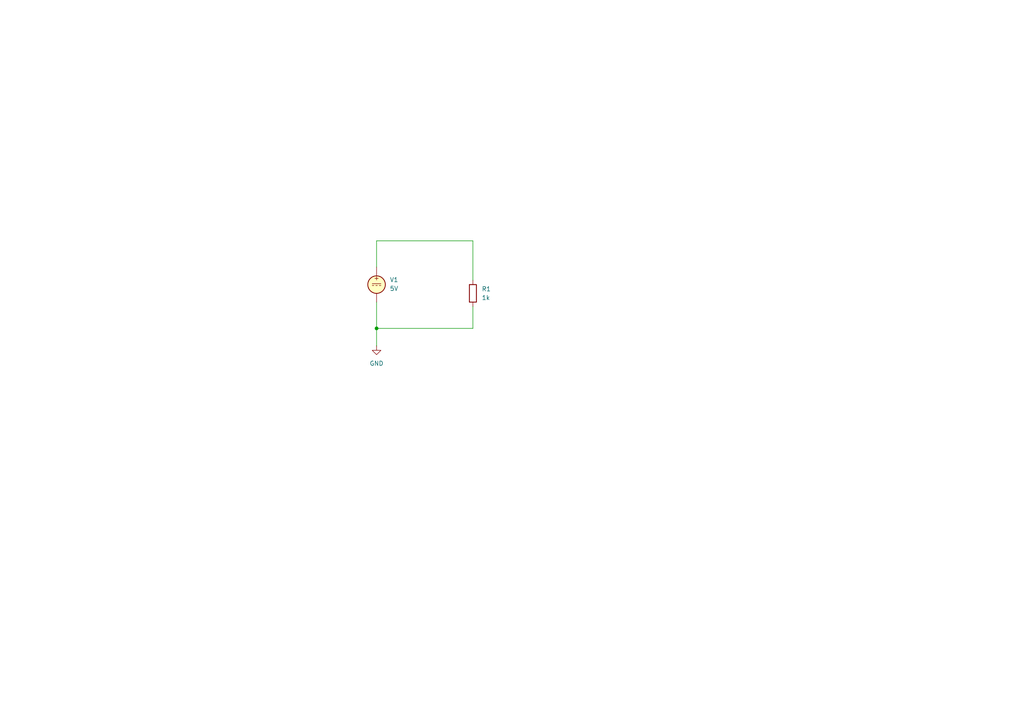
<source format=kicad_sch>
(kicad_sch (version 20250114) (generator "eeschema") (generator_version "9.0")
  (paper "A4")
  (lib_symbols
    (symbol "Device:R" (pin_numbers (hide yes)) (pin_names (offset 0))
      (property "Reference" "R" (at 2.032 0 90))
      (property "Value" "R" (at 0 0 90))
      (symbol "R_0_1"
        (rectangle (start -1.016 -2.54) (end 1.016 2.54) (stroke (width 0.254)))
      )
      (symbol "R_1_1"
        (pin passive line (at 0 3.81 270) (length 1.27) (name "~") (number "1"))
        (pin passive line (at 0 -3.81 90) (length 1.27) (name "~") (number "2"))
      )
    )
    (symbol "Simulation_SPICE:VDC" (pin_numbers (hide yes)) (pin_names (offset 0.0254))
      (property "Reference" "V" (at 2.54 2.54 0))
      (property "Value" "1" (at 2.54 0 0))
      (symbol "VDC_0_0"
        (polyline (pts (xy -1.27 0.254) (xy 1.27 0.254)))
        (polyline (pts (xy -0.762 -0.254) (xy -1.27 -0.254)))
        (polyline (pts (xy 0.254 -0.254) (xy -0.254 -0.254)))
        (polyline (pts (xy 1.27 -0.254) (xy 0.762 -0.254)))
        (text "+" (at 0 1.905 0) (effects (font (size 1.27 1.27))))
      )
      (symbol "VDC_0_1"
        (circle (center 0 0) (radius 2.54) (stroke (width 0.254)) (fill (type background)))
      )
      (symbol "VDC_1_1"
        (pin passive line (at 0 5.08 270) (length 2.54) (name "~") (number "1"))
        (pin passive line (at 0 -5.08 90) (length 2.54) (name "~") (number "2"))
      )
    )
    (symbol "power:GND" (power) (pin_numbers (hide yes)) (pin_names (offset 0) (hide yes))
      (property "Value" "GND" (at 0 -3.81 0))
      (symbol "GND_0_1"
        (polyline (pts (xy 0 0) (xy 0 -1.27) (xy 1.27 -1.27) (xy 0 -2.54) (xy -1.27 -1.27) (xy 0 -1.27)))
      )
      (symbol "GND_1_1"
        (pin power_in line (at 0 0 270) (length 0) (name "~") (number "1"))
      )
    )
  )
  (junction (at 109.22 95.25))
  (wire (pts (xy 137.16 95.25) (xy 109.22 95.25)))
  (wire (pts (xy 137.16 88.9) (xy 137.16 95.25)))
  (wire (pts (xy 137.16 69.85) (xy 137.16 81.28)))
  (wire (pts (xy 109.22 69.85) (xy 137.16 69.85)))
  (wire (pts (xy 109.22 95.25) (xy 109.22 100.33)))
  (wire (pts (xy 109.22 87.63) (xy 109.22 95.25)))
  (wire (pts (xy 109.22 69.85) (xy 109.22 77.47)))
  (symbol (lib_id "Device:R") (at 137.16 85.09 0) (unit 1)
    (property "Reference" "R1" (at 139.7 83.8199 0) (effects (justify left)))
    (property "Value" "1k" (at 139.7 86.3599 0) (effects (justify left)))
    (property "Footprint" "Resistor_SMD:R_0805_2012Metric" (effects (hide yes)))
    (property "Description" "Resistor" (effects (hide yes)))
  )
  (symbol (lib_id "Simulation_SPICE:VDC") (at 109.22 82.55 0) (unit 1)
    (property "Reference" "V1" (at 113.03 81.1501 0) (effects (justify left)))
    (property "Value" "5V" (at 113.03 83.6901 0) (effects (justify left)))
    (property "Footprint" "Connector_PinHeader_2.54mm:PinHeader_1x02_P2.54mm_Horizontal" (effects (hide yes)))
    (property "Datasheet" "https://ngspice.sourceforge.io/docs/ngspice-html-manual/manual.xhtml#sec_Independent_Sources_for" (effects (hide yes)))
    (property "Description" "Voltage source, DC" (effects (hide yes)))
    (property "Sim.Pins" "1=+ 2=-" (effects (hide yes)))
    (property "Sim.Type" "DC" (effects (hide yes)))
    (property "Sim.Device" "V" (effects (hide yes)))
  )
  (symbol (lib_id "power:GND") (at 109.22 100.33 0) (unit 1)
    (property "Reference" "#PWR01" (effects (hide yes)))
    (property "Value" "GND" (at 109.22 105.41 0))
    (property "Description" "Power symbol creates a global label with name \"GND\" , ground" (effects (hide yes)))
  )
)
</source>
